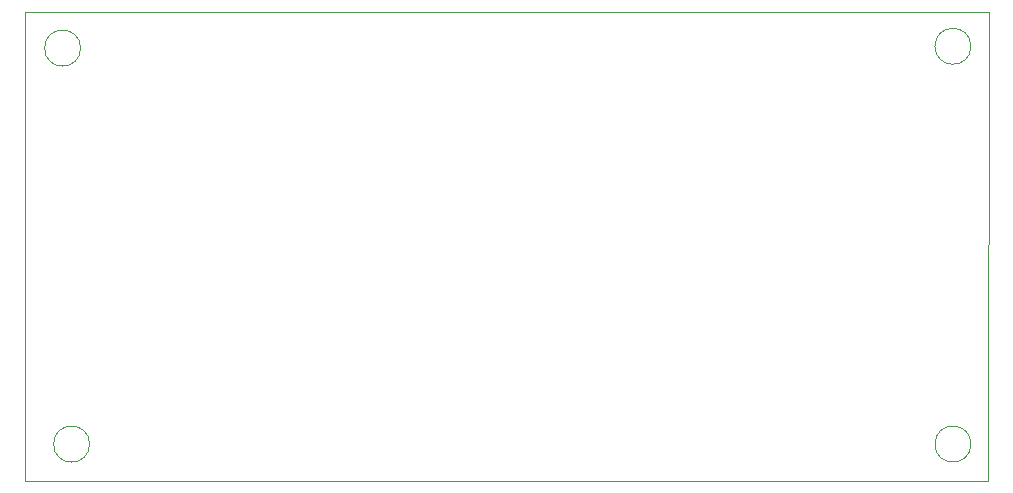
<source format=gm1>
G04 #@! TF.GenerationSoftware,KiCad,Pcbnew,5.1.5+dfsg1-2build2*
G04 #@! TF.CreationDate,2022-04-22T12:54:42+02:00*
G04 #@! TF.ProjectId,Shield,53686965-6c64-42e6-9b69-6361645f7063,1.0*
G04 #@! TF.SameCoordinates,Original*
G04 #@! TF.FileFunction,Profile,NP*
%FSLAX46Y46*%
G04 Gerber Fmt 4.6, Leading zero omitted, Abs format (unit mm)*
G04 Created by KiCad (PCBNEW 5.1.5+dfsg1-2build2) date 2022-04-22 12:54:42*
%MOMM*%
%LPD*%
G04 APERTURE LIST*
%ADD10C,0.100000*%
G04 APERTURE END LIST*
D10*
X63195200Y-66040000D02*
X74676000Y-66040000D01*
X63144400Y-105714800D02*
X63195200Y-66040000D01*
X144780000Y-66040000D02*
X144729200Y-105714800D01*
X74676000Y-66040000D02*
X144780000Y-66040000D01*
X63144400Y-105714800D02*
X144729200Y-105714800D01*
X67868800Y-69088000D02*
G75*
G03X67868800Y-69088000I-1524000J0D01*
G01*
X68630800Y-102616000D02*
G75*
G03X68630800Y-102616000I-1524000J0D01*
G01*
X143256000Y-102616000D02*
G75*
G03X143256000Y-102616000I-1524000J0D01*
G01*
X143256000Y-68935600D02*
G75*
G03X143256000Y-68935600I-1524000J0D01*
G01*
M02*

</source>
